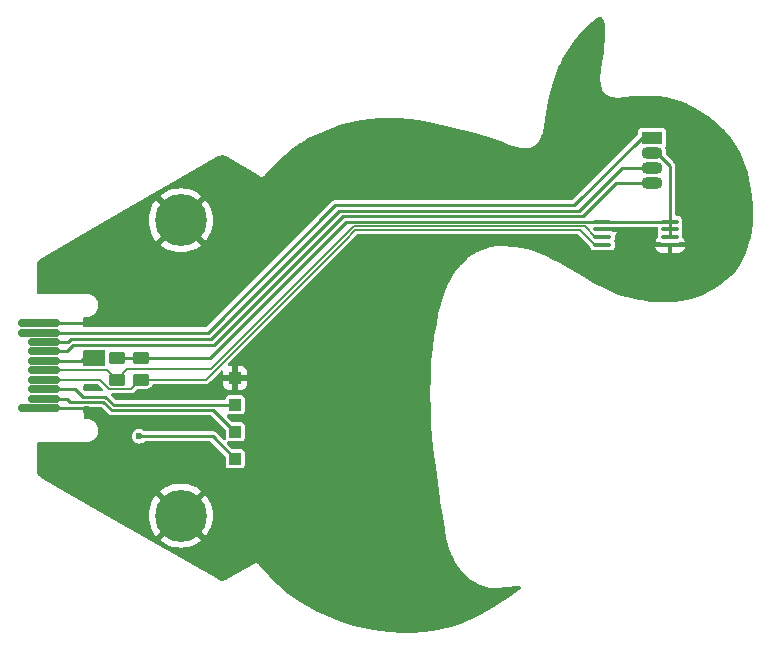
<source format=gbl>
G04 #@! TF.GenerationSoftware,KiCad,Pcbnew,8.0.1*
G04 #@! TF.CreationDate,2024-04-19T19:32:52+01:00*
G04 #@! TF.ProjectId,le-carnard-bleu,6c652d63-6172-46e6-9172-642d626c6575,rev?*
G04 #@! TF.SameCoordinates,Original*
G04 #@! TF.FileFunction,Copper,L2,Bot*
G04 #@! TF.FilePolarity,Positive*
%FSLAX46Y46*%
G04 Gerber Fmt 4.6, Leading zero omitted, Abs format (unit mm)*
G04 Created by KiCad (PCBNEW 8.0.1) date 2024-04-19 19:32:52*
%MOMM*%
%LPD*%
G01*
G04 APERTURE LIST*
G04 Aperture macros list*
%AMRoundRect*
0 Rectangle with rounded corners*
0 $1 Rounding radius*
0 $2 $3 $4 $5 $6 $7 $8 $9 X,Y pos of 4 corners*
0 Add a 4 corners polygon primitive as box body*
4,1,4,$2,$3,$4,$5,$6,$7,$8,$9,$2,$3,0*
0 Add four circle primitives for the rounded corners*
1,1,$1+$1,$2,$3*
1,1,$1+$1,$4,$5*
1,1,$1+$1,$6,$7*
1,1,$1+$1,$8,$9*
0 Add four rect primitives between the rounded corners*
20,1,$1+$1,$2,$3,$4,$5,0*
20,1,$1+$1,$4,$5,$6,$7,0*
20,1,$1+$1,$6,$7,$8,$9,0*
20,1,$1+$1,$8,$9,$2,$3,0*%
G04 Aperture macros list end*
G04 #@! TA.AperFunction,SMDPad,CuDef*
%ADD10RoundRect,0.150000X-1.600000X-0.150000X1.600000X-0.150000X1.600000X0.150000X-1.600000X0.150000X0*%
G04 #@! TD*
G04 #@! TA.AperFunction,SMDPad,CuDef*
%ADD11RoundRect,0.150000X-1.200000X-0.150000X1.200000X-0.150000X1.200000X0.150000X-1.200000X0.150000X0*%
G04 #@! TD*
G04 #@! TA.AperFunction,ComponentPad*
%ADD12C,0.700000*%
G04 #@! TD*
G04 #@! TA.AperFunction,ComponentPad*
%ADD13C,4.400000*%
G04 #@! TD*
G04 #@! TA.AperFunction,ComponentPad*
%ADD14R,1.800000X1.070000*%
G04 #@! TD*
G04 #@! TA.AperFunction,ComponentPad*
%ADD15O,1.800000X1.070000*%
G04 #@! TD*
G04 #@! TA.AperFunction,SMDPad,CuDef*
%ADD16R,1.000000X1.000000*%
G04 #@! TD*
G04 #@! TA.AperFunction,SMDPad,CuDef*
%ADD17RoundRect,0.100000X0.637500X0.100000X-0.637500X0.100000X-0.637500X-0.100000X0.637500X-0.100000X0*%
G04 #@! TD*
G04 #@! TA.AperFunction,SMDPad,CuDef*
%ADD18RoundRect,0.250000X-0.450000X0.262500X-0.450000X-0.262500X0.450000X-0.262500X0.450000X0.262500X0*%
G04 #@! TD*
G04 #@! TA.AperFunction,ViaPad*
%ADD19C,0.600000*%
G04 #@! TD*
G04 #@! TA.AperFunction,ViaPad*
%ADD20C,0.800000*%
G04 #@! TD*
G04 #@! TA.AperFunction,Conductor*
%ADD21C,0.254000*%
G04 #@! TD*
G04 #@! TA.AperFunction,Conductor*
%ADD22C,0.127000*%
G04 #@! TD*
G04 APERTURE END LIST*
D10*
X100500000Y-103400000D03*
D11*
X100900000Y-102600000D03*
X100900000Y-101800000D03*
X100900000Y-101000000D03*
X100900000Y-100200000D03*
X100900000Y-99400000D03*
X100900000Y-98600000D03*
X100900000Y-97800000D03*
D10*
X100500000Y-97000000D03*
X100500000Y-96200000D03*
D12*
X110850000Y-87500000D03*
X111333274Y-86333274D03*
X111333274Y-88666726D03*
X112500000Y-85850000D03*
D13*
X112500000Y-87500000D03*
D12*
X112500000Y-89150000D03*
X113666726Y-86333274D03*
X113666726Y-88666726D03*
X114150000Y-87500000D03*
D14*
X152400000Y-80518000D03*
D15*
X152400000Y-81788000D03*
X152400000Y-83058000D03*
X152400000Y-84328000D03*
D12*
X110850000Y-112500000D03*
X111333274Y-111333274D03*
X111333274Y-113666726D03*
X112500000Y-110850000D03*
D13*
X112500000Y-112500000D03*
D12*
X112500000Y-114150000D03*
X113666726Y-111333274D03*
X113666726Y-113666726D03*
X114150000Y-112500000D03*
D16*
X117094000Y-107696000D03*
D17*
X153924000Y-87600000D03*
X153924000Y-88250000D03*
X153924000Y-88900000D03*
X153924000Y-89550000D03*
X148199000Y-89550000D03*
X148199000Y-88900000D03*
X148199000Y-88250000D03*
X148199000Y-87600000D03*
D18*
X109093000Y-99163500D03*
X109093000Y-100988500D03*
D16*
X117094000Y-100838000D03*
X117094000Y-105410000D03*
D18*
X107061000Y-99163500D03*
X107061000Y-100988500D03*
D16*
X117094000Y-103124000D03*
D19*
X104521000Y-101727000D03*
X104521000Y-103505000D03*
X104521000Y-96266000D03*
D20*
X102108000Y-107950000D03*
X102108000Y-92202000D03*
D19*
X108077000Y-102362000D03*
X104521000Y-98933000D03*
X107823000Y-96012000D03*
X107061000Y-99163500D03*
X108966000Y-105791000D03*
D21*
X100500000Y-103400000D02*
X104416000Y-103400000D01*
X102108000Y-107950000D02*
X102362000Y-107950000D01*
X104455000Y-96200000D02*
X104521000Y-96266000D01*
X104416000Y-103400000D02*
X104521000Y-103505000D01*
X104054000Y-99400000D02*
X104521000Y-98933000D01*
X100900000Y-99400000D02*
X104054000Y-99400000D01*
X100500000Y-96200000D02*
X104455000Y-96200000D01*
X115189000Y-105791000D02*
X108966000Y-105791000D01*
X114954500Y-99163500D02*
X115060000Y-99058000D01*
X148199000Y-87600000D02*
X126522000Y-87600000D01*
X152824000Y-81788000D02*
X152400000Y-81788000D01*
X117094000Y-107696000D02*
X115189000Y-105791000D01*
X153924000Y-82888000D02*
X152824000Y-81788000D01*
X126522000Y-87600000D02*
X115062000Y-99060000D01*
X115062000Y-99060000D02*
X115060000Y-99058000D01*
X107061000Y-99163500D02*
X109093000Y-99163500D01*
X109093000Y-99163500D02*
X114954500Y-99163500D01*
X153924000Y-87600000D02*
X153924000Y-88900000D01*
X153924000Y-87600000D02*
X153924000Y-82888000D01*
X148199000Y-87600000D02*
X153924000Y-87600000D01*
X151516000Y-80518000D02*
X152400000Y-80518000D01*
X145796000Y-86238000D02*
X151516000Y-80518000D01*
X125542000Y-86238000D02*
X145796000Y-86238000D01*
X114780000Y-97000000D02*
X125542000Y-86238000D01*
X100500000Y-97000000D02*
X114780000Y-97000000D01*
X100900000Y-98600000D02*
X102822000Y-98600000D01*
X126214000Y-87146000D02*
X146558000Y-87146000D01*
X102822000Y-98600000D02*
X103378000Y-98044000D01*
X149376000Y-84328000D02*
X152400000Y-84328000D01*
X146558000Y-87146000D02*
X149376000Y-84328000D01*
X115316000Y-98044000D02*
X126214000Y-87146000D01*
X103378000Y-98044000D02*
X115316000Y-98044000D01*
X106814052Y-103124000D02*
X117094000Y-103124000D01*
X106106052Y-102416000D02*
X106814052Y-103124000D01*
X103578000Y-101800000D02*
X104194000Y-102416000D01*
X100900000Y-101800000D02*
X103578000Y-101800000D01*
X104194000Y-102416000D02*
X106106052Y-102416000D01*
D22*
X126373448Y-89227000D02*
X127282948Y-88317500D01*
X106391374Y-101764500D02*
X108317000Y-101764500D01*
X128651000Y-88317500D02*
X146304000Y-88317500D01*
X114611948Y-100988500D02*
X109093000Y-100988500D01*
X147536500Y-89550000D02*
X146304000Y-88317500D01*
X126373448Y-89227000D02*
X114611948Y-100988500D01*
X148199000Y-89550000D02*
X147536500Y-89550000D01*
X127282948Y-88317500D02*
X128651000Y-88317500D01*
X108317000Y-101764500D02*
X109093000Y-100988500D01*
X100900000Y-101000000D02*
X105626874Y-101000000D01*
X105626874Y-101000000D02*
X106391374Y-101764500D01*
X147594662Y-88900000D02*
X148199000Y-88900000D01*
X115062000Y-100076000D02*
X127147500Y-87990500D01*
X100900000Y-100200000D02*
X106272500Y-100200000D01*
X106272500Y-100200000D02*
X107061000Y-100988500D01*
X127147500Y-87990500D02*
X146685162Y-87990500D01*
X146685162Y-87990500D02*
X147594662Y-88900000D01*
X107061000Y-100988500D02*
X107973500Y-100076000D01*
X107973500Y-100076000D02*
X115062000Y-100076000D01*
D21*
X102979947Y-97800000D02*
X100900000Y-97800000D01*
X149860000Y-83058000D02*
X146226000Y-86692000D01*
X103243947Y-97536000D02*
X102979947Y-97800000D01*
X115062000Y-97536000D02*
X103243947Y-97536000D01*
X125906000Y-86692000D02*
X115062000Y-97536000D01*
X152400000Y-83058000D02*
X149860000Y-83058000D01*
X146226000Y-86692000D02*
X125906000Y-86692000D01*
X103124000Y-102870000D02*
X105918000Y-102870000D01*
X102854000Y-102600000D02*
X103124000Y-102870000D01*
X115262000Y-103578000D02*
X106625999Y-103578000D01*
X117094000Y-105410000D02*
X115262000Y-103578000D01*
X100900000Y-102600000D02*
X102854000Y-102600000D01*
X106625999Y-103578000D02*
X106553000Y-103505000D01*
X105918000Y-102870000D02*
X106553000Y-103505000D01*
G04 #@! TA.AperFunction,Conductor*
G36*
X148077441Y-70292001D02*
G01*
X148119059Y-70300726D01*
X148120532Y-70301314D01*
X148155429Y-70322433D01*
X148181627Y-70344928D01*
X148202016Y-70367305D01*
X148247714Y-70431784D01*
X148262295Y-70459009D01*
X148315999Y-70598777D01*
X148327600Y-70628967D01*
X148333952Y-70651827D01*
X148386188Y-70946891D01*
X148388038Y-70965022D01*
X148414911Y-71920938D01*
X148414567Y-71934291D01*
X148313652Y-73198418D01*
X148312575Y-73207587D01*
X148087504Y-74656204D01*
X148082179Y-74677651D01*
X148081665Y-74679136D01*
X148081663Y-74679149D01*
X148080113Y-74700976D01*
X148078956Y-74711223D01*
X148075597Y-74732842D01*
X148075597Y-74732844D01*
X148075767Y-74734412D01*
X148076172Y-74756494D01*
X148022192Y-75517021D01*
X148019912Y-75533459D01*
X148017657Y-75544312D01*
X148017657Y-75544314D01*
X148018363Y-75556692D01*
X148018253Y-75572521D01*
X148017376Y-75584884D01*
X148017376Y-75584897D01*
X148019478Y-75595770D01*
X148021530Y-75612239D01*
X148043331Y-75994564D01*
X148043531Y-76001179D01*
X148043631Y-76029404D01*
X148044714Y-76037416D01*
X148046229Y-76045380D01*
X148046229Y-76045382D01*
X148046230Y-76045384D01*
X148055082Y-76072207D01*
X148056980Y-76078523D01*
X148126993Y-76336164D01*
X148130711Y-76356279D01*
X148131153Y-76360680D01*
X148131155Y-76360688D01*
X148137895Y-76378490D01*
X148141587Y-76389874D01*
X148146582Y-76408255D01*
X148146585Y-76408261D01*
X148148812Y-76412088D01*
X148157601Y-76430539D01*
X148159168Y-76434678D01*
X148159169Y-76434680D01*
X148159170Y-76434681D01*
X148170299Y-76450147D01*
X148176807Y-76460180D01*
X148186389Y-76476642D01*
X148189518Y-76479749D01*
X148202800Y-76495316D01*
X148317282Y-76654416D01*
X148327871Y-76672054D01*
X148329734Y-76675838D01*
X148329736Y-76675840D01*
X148342415Y-76690312D01*
X148349778Y-76699577D01*
X148361025Y-76715207D01*
X148364299Y-76717883D01*
X148379088Y-76732176D01*
X148381869Y-76735351D01*
X148381875Y-76735356D01*
X148397858Y-76746047D01*
X148407392Y-76753107D01*
X148422287Y-76765282D01*
X148426136Y-76767016D01*
X148444126Y-76776996D01*
X148656650Y-76919159D01*
X148658026Y-76920094D01*
X148688052Y-76940823D01*
X148688055Y-76940824D01*
X148688245Y-76940955D01*
X148689273Y-76941463D01*
X148690918Y-76942290D01*
X148691815Y-76942749D01*
X148692017Y-76942817D01*
X148692019Y-76942819D01*
X148726578Y-76954569D01*
X148728231Y-76955144D01*
X148978157Y-77044233D01*
X149002669Y-77052971D01*
X149005462Y-77054004D01*
X149037612Y-77066358D01*
X149037615Y-77066358D01*
X149039221Y-77066745D01*
X149039850Y-77066932D01*
X149042577Y-77067552D01*
X149043239Y-77067658D01*
X149044827Y-77067999D01*
X149044828Y-77067999D01*
X149044831Y-77068000D01*
X149079145Y-77070771D01*
X149082013Y-77071038D01*
X149424483Y-77107145D01*
X149438939Y-77109542D01*
X149452991Y-77112735D01*
X149452993Y-77112734D01*
X149452994Y-77112735D01*
X149456825Y-77112587D01*
X149462047Y-77112387D01*
X149479815Y-77112979D01*
X149488828Y-77113930D01*
X149503057Y-77111680D01*
X149517653Y-77110251D01*
X149985788Y-77092271D01*
X149999537Y-77093108D01*
X149999538Y-77093105D01*
X150007664Y-77093339D01*
X150007664Y-77093338D01*
X150007671Y-77093340D01*
X150033611Y-77090684D01*
X150041450Y-77090134D01*
X150067499Y-77089134D01*
X150067504Y-77089132D01*
X150075513Y-77087764D01*
X150075513Y-77087768D01*
X150089012Y-77085015D01*
X150814156Y-77010804D01*
X150816321Y-77010602D01*
X151527302Y-76951143D01*
X151536103Y-76950724D01*
X152215482Y-76942567D01*
X152224852Y-76942809D01*
X152885020Y-76984987D01*
X152894733Y-76985996D01*
X153537911Y-77078524D01*
X153547749Y-77080348D01*
X154176476Y-77223467D01*
X154186150Y-77226086D01*
X154802833Y-77420253D01*
X154812139Y-77423597D01*
X154829952Y-77430813D01*
X155419127Y-77669487D01*
X155427832Y-77673410D01*
X155511693Y-77715159D01*
X156027767Y-77972079D01*
X156035458Y-77976253D01*
X156744838Y-78394460D01*
X156752461Y-78399338D01*
X157387644Y-78839403D01*
X157395763Y-78845537D01*
X157557671Y-78978653D01*
X157953008Y-79303687D01*
X157961568Y-79311419D01*
X158062228Y-79411231D01*
X158392333Y-79738557D01*
X158442846Y-79788644D01*
X158449315Y-79795569D01*
X158562768Y-79926728D01*
X158868870Y-80280604D01*
X158873451Y-80286224D01*
X158885648Y-80302114D01*
X159229566Y-80750169D01*
X159241273Y-80765420D01*
X159246168Y-80772268D01*
X159299539Y-80852554D01*
X159564460Y-81251080D01*
X159569275Y-81258942D01*
X159844432Y-81748202D01*
X159848748Y-81756612D01*
X160086949Y-82267797D01*
X160090479Y-82276157D01*
X160297346Y-82821011D01*
X160299994Y-82828746D01*
X160480473Y-83418625D01*
X160482319Y-83425323D01*
X160522918Y-83590595D01*
X160574940Y-83802367D01*
X160640899Y-84070871D01*
X160642120Y-84076381D01*
X160787776Y-84812455D01*
X160788933Y-84819300D01*
X160882987Y-85489794D01*
X160883843Y-85497766D01*
X160934225Y-86170966D01*
X160934551Y-86177968D01*
X160948061Y-86921833D01*
X160948021Y-86927938D01*
X160923960Y-87701989D01*
X160923389Y-87710626D01*
X160854453Y-88391533D01*
X160852956Y-88401916D01*
X160734166Y-89034848D01*
X160731769Y-89045168D01*
X160556464Y-89676153D01*
X160553592Y-89685146D01*
X160343184Y-90266717D01*
X160339213Y-90276397D01*
X160095797Y-90804992D01*
X160090376Y-90815429D01*
X159810087Y-91297750D01*
X159803240Y-91308269D01*
X159480922Y-91752495D01*
X159472975Y-91762348D01*
X159102504Y-92176472D01*
X159094030Y-92185063D01*
X158668700Y-92576266D01*
X158660353Y-92583291D01*
X158173486Y-92957743D01*
X158165806Y-92963199D01*
X157610999Y-93326395D01*
X157604507Y-93330366D01*
X157126626Y-93602869D01*
X157118165Y-93607271D01*
X156679981Y-93814258D01*
X156669639Y-93818583D01*
X156212657Y-93985845D01*
X156203695Y-93988744D01*
X155669343Y-94139448D01*
X155661712Y-94141342D01*
X154962968Y-94291352D01*
X154954060Y-94292926D01*
X154252934Y-94390663D01*
X154243851Y-94391590D01*
X153536918Y-94437508D01*
X153527848Y-94437765D01*
X152813320Y-94431813D01*
X152804446Y-94431421D01*
X152080562Y-94373400D01*
X152072047Y-94372420D01*
X151337165Y-94262017D01*
X151329138Y-94260539D01*
X150581751Y-94097366D01*
X150574301Y-94095496D01*
X149819295Y-93880917D01*
X149808885Y-93877454D01*
X149149672Y-93625248D01*
X149142114Y-93622066D01*
X148307761Y-93237847D01*
X148302742Y-93235398D01*
X147418348Y-92778791D01*
X147413190Y-92775971D01*
X146596038Y-92303743D01*
X146594789Y-92303011D01*
X144866941Y-91277411D01*
X144856212Y-91269470D01*
X144856136Y-91269581D01*
X144849465Y-91264940D01*
X144849463Y-91264939D01*
X144849462Y-91264938D01*
X144825364Y-91252485D01*
X144819041Y-91248979D01*
X144795724Y-91235139D01*
X144795721Y-91235138D01*
X144788257Y-91231940D01*
X144788310Y-91231815D01*
X144775892Y-91226920D01*
X143656808Y-90648635D01*
X143645506Y-90641268D01*
X143645458Y-90641347D01*
X143638517Y-90637114D01*
X143614051Y-90626286D01*
X143607314Y-90623059D01*
X143583537Y-90610773D01*
X143575898Y-90608019D01*
X143575929Y-90607932D01*
X143563105Y-90603739D01*
X142813303Y-90271897D01*
X142802365Y-90266395D01*
X142797847Y-90263835D01*
X142767489Y-90251550D01*
X142763823Y-90249998D01*
X142733886Y-90236749D01*
X142728894Y-90235282D01*
X142717346Y-90231259D01*
X142379665Y-90094612D01*
X142361059Y-90085191D01*
X142357883Y-90083231D01*
X142357878Y-90083228D01*
X142338983Y-90077566D01*
X142328073Y-90073734D01*
X142309774Y-90066330D01*
X142308199Y-90066135D01*
X142306065Y-90065872D01*
X142285658Y-90061587D01*
X141883984Y-89941220D01*
X141866337Y-89934427D01*
X141859925Y-89931378D01*
X141843822Y-89928415D01*
X141830678Y-89925246D01*
X141814993Y-89920546D01*
X141814985Y-89920544D01*
X141807884Y-89920336D01*
X141789088Y-89918342D01*
X140824189Y-89740774D01*
X140808392Y-89736778D01*
X140797358Y-89733201D01*
X140797355Y-89733200D01*
X140797353Y-89733199D01*
X140797350Y-89733199D01*
X140785500Y-89732586D01*
X140769475Y-89730705D01*
X140757794Y-89728556D01*
X140757791Y-89728555D01*
X140746223Y-89729481D01*
X140729930Y-89729710D01*
X139756782Y-89679348D01*
X139738374Y-89677005D01*
X139730823Y-89675462D01*
X139730813Y-89675462D01*
X139715070Y-89676411D01*
X139701211Y-89676471D01*
X139685458Y-89675657D01*
X139685452Y-89675657D01*
X139677916Y-89677264D01*
X139659537Y-89679763D01*
X139248341Y-89704582D01*
X139228044Y-89704142D01*
X139223392Y-89703658D01*
X139223390Y-89703658D01*
X139223388Y-89703658D01*
X139223387Y-89703658D01*
X139204841Y-89706614D01*
X139192800Y-89707934D01*
X139174045Y-89709066D01*
X139174032Y-89709069D01*
X139169591Y-89710551D01*
X139149875Y-89715377D01*
X138781494Y-89774106D01*
X138765684Y-89775596D01*
X138753378Y-89775964D01*
X138753368Y-89775966D01*
X138742681Y-89779175D01*
X138726555Y-89782864D01*
X138715533Y-89784621D01*
X138715528Y-89784623D01*
X138704270Y-89789649D01*
X138689391Y-89795178D01*
X138046598Y-89988213D01*
X138034061Y-89991277D01*
X138016931Y-89994528D01*
X138011485Y-89997155D01*
X137993315Y-90004214D01*
X137987517Y-90005955D01*
X137987515Y-90005956D01*
X137972672Y-90015129D01*
X137961355Y-90021332D01*
X137371521Y-90305795D01*
X137360569Y-90310444D01*
X137342588Y-90317076D01*
X137342580Y-90317080D01*
X137339071Y-90319560D01*
X137321392Y-90329972D01*
X137317522Y-90331838D01*
X137317511Y-90331846D01*
X137302998Y-90344349D01*
X137293621Y-90351674D01*
X136758117Y-90730057D01*
X136747664Y-90736686D01*
X136731699Y-90745726D01*
X136731694Y-90745730D01*
X136728037Y-90749327D01*
X136712663Y-90762174D01*
X136708476Y-90765132D01*
X136696746Y-90779233D01*
X136688368Y-90788339D01*
X136206686Y-91262049D01*
X136196048Y-91271378D01*
X136184005Y-91280780D01*
X136184000Y-91280785D01*
X136179064Y-91287329D01*
X136167023Y-91301058D01*
X136161180Y-91306804D01*
X136153425Y-91319982D01*
X136145561Y-91331749D01*
X135715418Y-91902072D01*
X135704515Y-91914668D01*
X135696800Y-91922454D01*
X135690577Y-91933347D01*
X135681920Y-91946485D01*
X135674371Y-91956496D01*
X135674370Y-91956497D01*
X135670263Y-91966649D01*
X135662987Y-91981645D01*
X135280522Y-92651183D01*
X135269639Y-92667189D01*
X135265687Y-92672122D01*
X135265684Y-92672127D01*
X135258795Y-92687827D01*
X135252924Y-92699493D01*
X135244413Y-92714393D01*
X135242804Y-92720513D01*
X135236434Y-92738789D01*
X134897301Y-93511671D01*
X134886807Y-93530807D01*
X134885665Y-93532512D01*
X134885664Y-93532515D01*
X134878768Y-93552778D01*
X134874935Y-93562640D01*
X134866332Y-93582249D01*
X134866329Y-93582259D01*
X134866020Y-93584285D01*
X134860836Y-93605479D01*
X134559695Y-94490465D01*
X134550923Y-94510338D01*
X134549857Y-94512273D01*
X134549851Y-94512287D01*
X134544768Y-94532903D01*
X134541766Y-94543155D01*
X134534921Y-94563273D01*
X134534918Y-94563283D01*
X134534773Y-94565484D01*
X134531440Y-94586960D01*
X134317050Y-95456503D01*
X134312612Y-95468875D01*
X134312800Y-95468937D01*
X134310274Y-95476656D01*
X134305192Y-95503771D01*
X134303711Y-95510603D01*
X134297113Y-95537367D01*
X134296214Y-95545446D01*
X134296016Y-95545424D01*
X134294932Y-95558522D01*
X134079361Y-96708819D01*
X134076697Y-96720097D01*
X134074563Y-96727551D01*
X134069893Y-96758873D01*
X134069128Y-96763420D01*
X134063302Y-96794512D01*
X134062883Y-96802224D01*
X134061711Y-96813768D01*
X133869099Y-98105866D01*
X133866805Y-98117445D01*
X133865149Y-98124117D01*
X133861563Y-98155889D01*
X133860991Y-98160262D01*
X133856266Y-98191954D01*
X133856149Y-98198831D01*
X133855385Y-98210615D01*
X133709003Y-99507453D01*
X133706137Y-99520729D01*
X133706198Y-99520741D01*
X133704728Y-99528732D01*
X133703374Y-99555236D01*
X133702754Y-99562809D01*
X133699780Y-99589161D01*
X133699931Y-99597290D01*
X133699869Y-99597291D01*
X133700536Y-99610855D01*
X133648997Y-100620744D01*
X133647262Y-100632118D01*
X133647872Y-100632207D01*
X133646710Y-100640241D01*
X133646308Y-100671675D01*
X133646157Y-100676406D01*
X133644554Y-100707829D01*
X133645203Y-100715935D01*
X133644476Y-100715993D01*
X133645596Y-100727451D01*
X133628155Y-102093450D01*
X133627301Y-102106481D01*
X133627058Y-102108522D01*
X133627487Y-102142686D01*
X133627487Y-102145819D01*
X133627051Y-102180036D01*
X133627292Y-102182066D01*
X133628145Y-102195114D01*
X133645790Y-103600761D01*
X133645356Y-103612803D01*
X133644855Y-103618696D01*
X133646352Y-103651092D01*
X133646474Y-103655253D01*
X133646881Y-103687676D01*
X133647727Y-103693531D01*
X133648867Y-103705524D01*
X133700896Y-104831417D01*
X133700147Y-104844018D01*
X133700513Y-104844031D01*
X133700235Y-104852155D01*
X133703021Y-104880854D01*
X133703469Y-104887105D01*
X133704799Y-104915888D01*
X133706230Y-104923881D01*
X133705868Y-104923945D01*
X133708404Y-104936305D01*
X133880430Y-106708360D01*
X133880993Y-106721882D01*
X133885122Y-106756963D01*
X133885391Y-106759472D01*
X133888801Y-106794592D01*
X133891117Y-106807889D01*
X134148717Y-108996107D01*
X134149350Y-109006691D01*
X134154358Y-109044151D01*
X134154600Y-109046080D01*
X134159027Y-109083678D01*
X134161039Y-109094116D01*
X134433213Y-111129460D01*
X134434248Y-111142072D01*
X134434358Y-111145660D01*
X134439747Y-111178708D01*
X134440269Y-111182225D01*
X134444703Y-111215386D01*
X134445636Y-111218837D01*
X134448310Y-111231217D01*
X134662204Y-112542838D01*
X134662511Y-112545936D01*
X134669901Y-112590042D01*
X134669989Y-112590576D01*
X134677176Y-112634650D01*
X134677885Y-112637692D01*
X134851604Y-113674416D01*
X134853036Y-113686678D01*
X134853349Y-113691390D01*
X134859800Y-113723689D01*
X134860495Y-113727477D01*
X134865947Y-113760008D01*
X134867327Y-113764519D01*
X134870349Y-113776504D01*
X135075813Y-114805149D01*
X135078169Y-114826052D01*
X135078262Y-114829468D01*
X135083974Y-114848679D01*
X135086713Y-114859723D01*
X135090642Y-114879391D01*
X135090643Y-114879393D01*
X135092155Y-114882453D01*
X135099841Y-114902039D01*
X135219555Y-115304625D01*
X135224012Y-115326929D01*
X135224059Y-115327375D01*
X135224060Y-115327380D01*
X135232307Y-115348831D01*
X135235421Y-115357980D01*
X135241982Y-115380041D01*
X135242214Y-115380419D01*
X135252295Y-115400822D01*
X135390990Y-115761582D01*
X135396932Y-115782221D01*
X135397441Y-115784820D01*
X135397445Y-115784832D01*
X135406589Y-115803506D01*
X135410962Y-115813535D01*
X135418431Y-115832962D01*
X135418434Y-115832966D01*
X135419990Y-115835106D01*
X135431075Y-115853510D01*
X135593348Y-116184900D01*
X135600910Y-116204328D01*
X135601968Y-116207912D01*
X135601971Y-116207919D01*
X135612260Y-116224749D01*
X135617829Y-116234892D01*
X135626507Y-116252614D01*
X135628956Y-116255422D01*
X135641292Y-116272237D01*
X135822637Y-116568859D01*
X135829738Y-116580473D01*
X135839167Y-116599334D01*
X135840401Y-116602438D01*
X135852424Y-116618577D01*
X135858779Y-116627976D01*
X135869266Y-116645130D01*
X135871690Y-116647435D01*
X135885674Y-116663206D01*
X136102579Y-116954342D01*
X136114161Y-116973191D01*
X136114850Y-116974576D01*
X136114851Y-116974577D01*
X136129348Y-116990990D01*
X136135849Y-116998999D01*
X136148928Y-117016555D01*
X136148931Y-117016558D01*
X136150142Y-117017515D01*
X136166206Y-117032722D01*
X136334097Y-117222811D01*
X136416646Y-117316273D01*
X136429380Y-117333485D01*
X136430829Y-117335845D01*
X136430830Y-117335846D01*
X136430831Y-117335847D01*
X136445847Y-117350075D01*
X136453498Y-117357999D01*
X136467192Y-117373503D01*
X136469500Y-117375033D01*
X136486254Y-117388362D01*
X136987870Y-117863652D01*
X136991789Y-117867534D01*
X137012710Y-117889202D01*
X137012713Y-117889205D01*
X137012716Y-117889206D01*
X137017989Y-117893403D01*
X137023453Y-117897366D01*
X137023458Y-117897370D01*
X137023462Y-117897372D01*
X137049914Y-117911708D01*
X137054709Y-117914446D01*
X137223949Y-118016165D01*
X137545770Y-118209590D01*
X137558020Y-118217991D01*
X137569146Y-118226644D01*
X137569150Y-118226647D01*
X137577787Y-118230290D01*
X137593475Y-118238262D01*
X137601505Y-118243089D01*
X137615053Y-118246975D01*
X137629048Y-118251914D01*
X138060231Y-118433804D01*
X138119268Y-118458708D01*
X138129370Y-118463518D01*
X138135051Y-118466544D01*
X138147366Y-118473104D01*
X138150342Y-118473793D01*
X138170553Y-118480342D01*
X138173380Y-118481535D01*
X138173383Y-118481535D01*
X138173384Y-118481536D01*
X138193576Y-118484327D01*
X138204573Y-118486356D01*
X138675109Y-118595359D01*
X138683549Y-118597632D01*
X138704028Y-118603930D01*
X138707023Y-118604852D01*
X138710015Y-118605357D01*
X138725214Y-118607377D01*
X138728259Y-118607672D01*
X138728265Y-118607674D01*
X138752819Y-118606834D01*
X138761549Y-118606844D01*
X139282450Y-118625899D01*
X139299182Y-118627654D01*
X139309715Y-118629489D01*
X139322449Y-118628346D01*
X139338056Y-118627934D01*
X139350837Y-118628402D01*
X139361248Y-118626016D01*
X139377865Y-118623378D01*
X140016357Y-118566135D01*
X140026108Y-118565832D01*
X140028183Y-118565615D01*
X140028185Y-118565616D01*
X140064467Y-118561835D01*
X140066192Y-118561667D01*
X140102635Y-118558401D01*
X140102641Y-118558398D01*
X140104733Y-118558211D01*
X140114340Y-118556640D01*
X140883520Y-118476510D01*
X140893376Y-118475881D01*
X141153711Y-118469698D01*
X141221199Y-118487785D01*
X141268195Y-118539488D01*
X141279777Y-118608391D01*
X141252269Y-118672618D01*
X141239942Y-118685528D01*
X141111038Y-118802396D01*
X141101920Y-118809904D01*
X140450902Y-119295802D01*
X140446730Y-119298783D01*
X139532416Y-119924052D01*
X139526281Y-119927989D01*
X138606303Y-120480731D01*
X138599204Y-120484685D01*
X137507673Y-121046695D01*
X137501634Y-121049601D01*
X136379245Y-121552758D01*
X136371783Y-121555815D01*
X135365332Y-121930499D01*
X135355157Y-121933795D01*
X134616360Y-122138343D01*
X134607122Y-122140524D01*
X133829518Y-122292925D01*
X133820703Y-122294325D01*
X133005596Y-122393884D01*
X132997290Y-122394616D01*
X132144981Y-122440930D01*
X132137231Y-122441109D01*
X131248105Y-122433782D01*
X131240927Y-122433515D01*
X130315514Y-122372186D01*
X130308900Y-122371569D01*
X129347789Y-122255919D01*
X129341716Y-122255035D01*
X128347316Y-122085104D01*
X128340709Y-122083790D01*
X127143171Y-121811487D01*
X127132476Y-121808546D01*
X125906877Y-121411809D01*
X125901383Y-121409887D01*
X124910778Y-121037006D01*
X124904394Y-121034398D01*
X124079479Y-120670327D01*
X124071384Y-120666397D01*
X123328108Y-120271644D01*
X123320554Y-120267285D01*
X122572151Y-119799569D01*
X122565999Y-119795464D01*
X121606183Y-119112828D01*
X121599019Y-119107330D01*
X121318013Y-118874904D01*
X120752354Y-118407034D01*
X120744913Y-118400356D01*
X120737530Y-118393172D01*
X120195319Y-117865554D01*
X119971676Y-117647930D01*
X119964505Y-117640338D01*
X119126650Y-116674954D01*
X119118705Y-116663720D01*
X119118696Y-116663727D01*
X119113793Y-116657240D01*
X119095470Y-116638649D01*
X119090149Y-116632897D01*
X119073015Y-116613155D01*
X119066935Y-116607768D01*
X119066942Y-116607759D01*
X119064680Y-116605879D01*
X119064674Y-116605888D01*
X119058259Y-116600891D01*
X119035724Y-116587660D01*
X119029093Y-116583479D01*
X119007454Y-116568859D01*
X119007450Y-116568856D01*
X119000182Y-116565225D01*
X119000185Y-116565217D01*
X118997510Y-116563985D01*
X118997507Y-116563994D01*
X118990029Y-116560832D01*
X118964847Y-116553887D01*
X118957356Y-116551563D01*
X118932669Y-116543041D01*
X118924707Y-116541415D01*
X118924708Y-116541406D01*
X118921803Y-116540907D01*
X118921803Y-116540915D01*
X118913755Y-116539796D01*
X118887615Y-116539605D01*
X118879780Y-116539299D01*
X118853740Y-116537458D01*
X118853737Y-116537458D01*
X118853736Y-116537458D01*
X118853734Y-116537458D01*
X118845622Y-116537948D01*
X118845621Y-116537937D01*
X118842692Y-116538207D01*
X118842694Y-116538218D01*
X118834628Y-116539220D01*
X118809340Y-116545798D01*
X118801693Y-116547531D01*
X118776050Y-116552495D01*
X118768342Y-116555067D01*
X118768339Y-116555058D01*
X118765586Y-116556074D01*
X118765590Y-116556083D01*
X118758052Y-116559141D01*
X118735333Y-116572037D01*
X118728395Y-116575690D01*
X118704916Y-116587118D01*
X118698136Y-116591599D01*
X118698130Y-116591590D01*
X118686896Y-116599534D01*
X116401160Y-117897084D01*
X116396497Y-117899288D01*
X116355369Y-117923033D01*
X116343807Y-117928925D01*
X116228056Y-117980461D01*
X116203401Y-117988471D01*
X116085862Y-118013455D01*
X116060081Y-118016165D01*
X115939909Y-118016165D01*
X115914128Y-118013455D01*
X115796588Y-117988471D01*
X115771934Y-117980461D01*
X115656187Y-117928927D01*
X115644622Y-117923034D01*
X115609028Y-117902484D01*
X106251653Y-112500000D01*
X109787050Y-112500000D01*
X109806829Y-112827004D01*
X109865885Y-113149259D01*
X109963341Y-113462006D01*
X109963345Y-113462017D01*
X110097800Y-113760766D01*
X110097801Y-113760768D01*
X110267291Y-114041139D01*
X110413293Y-114227495D01*
X110934280Y-113706508D01*
X111133274Y-113706508D01*
X111163722Y-113780017D01*
X111219983Y-113836278D01*
X111293492Y-113866726D01*
X111373056Y-113866726D01*
X111446565Y-113836278D01*
X111502826Y-113780017D01*
X111533274Y-113706508D01*
X111533274Y-113626944D01*
X111502826Y-113553435D01*
X111446565Y-113497174D01*
X111373056Y-113466726D01*
X111293492Y-113466726D01*
X111219983Y-113497174D01*
X111163722Y-113553435D01*
X111133274Y-113626944D01*
X111133274Y-113706508D01*
X110934280Y-113706508D01*
X111561328Y-113079460D01*
X111660967Y-113216602D01*
X111783398Y-113339033D01*
X111920538Y-113438670D01*
X110772503Y-114586705D01*
X110772503Y-114586706D01*
X110958860Y-114732708D01*
X111239231Y-114902198D01*
X111239233Y-114902199D01*
X111537982Y-115036654D01*
X111537993Y-115036658D01*
X111850740Y-115134114D01*
X112172995Y-115193170D01*
X112500000Y-115212949D01*
X112827004Y-115193170D01*
X113149259Y-115134114D01*
X113462006Y-115036658D01*
X113462017Y-115036654D01*
X113760766Y-114902199D01*
X113760768Y-114902198D01*
X114041130Y-114732714D01*
X114227495Y-114586706D01*
X114227495Y-114586705D01*
X113347298Y-113706508D01*
X113466726Y-113706508D01*
X113497174Y-113780017D01*
X113553435Y-113836278D01*
X113626944Y-113866726D01*
X113706508Y-113866726D01*
X113780017Y-113836278D01*
X113836278Y-113780017D01*
X113866726Y-113706508D01*
X113866726Y-113626944D01*
X113836278Y-113553435D01*
X113780017Y-113497174D01*
X113706508Y-113466726D01*
X113626944Y-113466726D01*
X113553435Y-113497174D01*
X113497174Y-113553435D01*
X113466726Y-113626944D01*
X113466726Y-113706508D01*
X113347298Y-113706508D01*
X113079460Y-113438670D01*
X113216602Y-113339033D01*
X113339033Y-113216602D01*
X113438670Y-113079460D01*
X114586705Y-114227495D01*
X114586706Y-114227495D01*
X114732714Y-114041130D01*
X114902198Y-113760768D01*
X114902199Y-113760766D01*
X115036654Y-113462017D01*
X115036658Y-113462006D01*
X115134114Y-113149259D01*
X115193170Y-112827004D01*
X115212949Y-112500000D01*
X115193170Y-112172995D01*
X115134114Y-111850740D01*
X115036658Y-111537993D01*
X115036654Y-111537982D01*
X114902199Y-111239233D01*
X114902198Y-111239231D01*
X114732708Y-110958860D01*
X114586705Y-110772503D01*
X113438670Y-111920538D01*
X113339033Y-111783398D01*
X113216602Y-111660967D01*
X113079460Y-111561329D01*
X113267733Y-111373056D01*
X113466726Y-111373056D01*
X113497174Y-111446565D01*
X113553435Y-111502826D01*
X113626944Y-111533274D01*
X113706508Y-111533274D01*
X113780017Y-111502826D01*
X113836278Y-111446565D01*
X113866726Y-111373056D01*
X113866726Y-111293492D01*
X113836278Y-111219983D01*
X113780017Y-111163722D01*
X113706508Y-111133274D01*
X113626944Y-111133274D01*
X113553435Y-111163722D01*
X113497174Y-111219983D01*
X113466726Y-111293492D01*
X113466726Y-111373056D01*
X113267733Y-111373056D01*
X114227495Y-110413293D01*
X114227495Y-110413292D01*
X114041139Y-110267291D01*
X113760768Y-110097801D01*
X113760766Y-110097800D01*
X113462017Y-109963345D01*
X113462006Y-109963341D01*
X113149259Y-109865885D01*
X112827004Y-109806829D01*
X112500000Y-109787050D01*
X112172995Y-109806829D01*
X111850740Y-109865885D01*
X111537993Y-109963341D01*
X111537982Y-109963345D01*
X111239233Y-110097800D01*
X111239231Y-110097801D01*
X110958864Y-110267289D01*
X110772503Y-110413293D01*
X111920539Y-111561329D01*
X111783398Y-111660967D01*
X111660967Y-111783398D01*
X111561329Y-111920539D01*
X111013846Y-111373056D01*
X111133274Y-111373056D01*
X111163722Y-111446565D01*
X111219983Y-111502826D01*
X111293492Y-111533274D01*
X111373056Y-111533274D01*
X111446565Y-111502826D01*
X111502826Y-111446565D01*
X111533274Y-111373056D01*
X111533274Y-111293492D01*
X111502826Y-111219983D01*
X111446565Y-111163722D01*
X111373056Y-111133274D01*
X111293492Y-111133274D01*
X111219983Y-111163722D01*
X111163722Y-111219983D01*
X111133274Y-111293492D01*
X111133274Y-111373056D01*
X111013846Y-111373056D01*
X110413293Y-110772503D01*
X110267289Y-110958864D01*
X110097801Y-111239231D01*
X110097800Y-111239233D01*
X109963345Y-111537982D01*
X109963341Y-111537993D01*
X109865885Y-111850740D01*
X109806829Y-112172995D01*
X109787050Y-112500000D01*
X106251653Y-112500000D01*
X100703848Y-109296973D01*
X100703837Y-109296964D01*
X100655888Y-109269283D01*
X100645003Y-109262214D01*
X100542474Y-109187727D01*
X100523209Y-109170382D01*
X100442796Y-109081080D01*
X100427560Y-109060112D01*
X100367464Y-108956030D01*
X100356924Y-108932358D01*
X100319781Y-108818058D01*
X100314392Y-108792708D01*
X100301180Y-108667048D01*
X100300500Y-108654082D01*
X100300500Y-106424500D01*
X100320185Y-106357461D01*
X100372989Y-106311706D01*
X100424500Y-106300500D01*
X104587528Y-106300500D01*
X104587532Y-106300500D01*
X104759938Y-106270101D01*
X104924445Y-106210225D01*
X105076055Y-106122692D01*
X105210163Y-106010163D01*
X105322692Y-105876055D01*
X105410225Y-105724445D01*
X105470101Y-105559938D01*
X105500500Y-105387532D01*
X105500500Y-105300000D01*
X105500500Y-105252405D01*
X105500500Y-105212468D01*
X105470101Y-105040062D01*
X105410225Y-104875555D01*
X105322692Y-104723945D01*
X105322691Y-104723943D01*
X105322690Y-104723942D01*
X105210163Y-104589836D01*
X105076057Y-104477309D01*
X104924446Y-104389775D01*
X104759937Y-104329898D01*
X104587534Y-104299500D01*
X104587532Y-104299500D01*
X104539562Y-104299500D01*
X104387715Y-104299500D01*
X104320676Y-104279815D01*
X104274921Y-104227011D01*
X104263718Y-104176362D01*
X104258477Y-103422362D01*
X104277695Y-103355187D01*
X104330180Y-103309066D01*
X104382474Y-103297500D01*
X105689562Y-103297500D01*
X105756601Y-103317185D01*
X105777243Y-103333819D01*
X106210913Y-103767489D01*
X106363505Y-103920083D01*
X106363507Y-103920084D01*
X106363638Y-103920215D01*
X106363956Y-103920452D01*
X106366722Y-103921941D01*
X106385007Y-103932498D01*
X106385011Y-103932500D01*
X106460987Y-103976366D01*
X106460989Y-103976366D01*
X106460992Y-103976368D01*
X106515354Y-103990933D01*
X106569718Y-104005500D01*
X106682278Y-104005500D01*
X115033562Y-104005500D01*
X115100601Y-104025185D01*
X115121243Y-104041819D01*
X116257181Y-105177758D01*
X116290666Y-105239081D01*
X116293500Y-105265439D01*
X116293500Y-105954856D01*
X116293501Y-105954865D01*
X116296550Y-105981153D01*
X116284719Y-106050014D01*
X116237537Y-106101547D01*
X116169984Y-106119391D01*
X116103508Y-106097880D01*
X116085694Y-106083118D01*
X115451493Y-105448917D01*
X115451491Y-105448915D01*
X115402750Y-105420774D01*
X115354010Y-105392633D01*
X115299645Y-105378066D01*
X115245281Y-105363500D01*
X115245280Y-105363500D01*
X109437393Y-105363500D01*
X109370354Y-105343815D01*
X109361920Y-105337885D01*
X109268841Y-105266464D01*
X109266366Y-105265439D01*
X109122762Y-105205956D01*
X109122760Y-105205955D01*
X108966001Y-105185318D01*
X108965999Y-105185318D01*
X108809239Y-105205955D01*
X108809237Y-105205956D01*
X108663160Y-105266463D01*
X108537718Y-105362718D01*
X108441463Y-105488160D01*
X108380956Y-105634237D01*
X108380955Y-105634239D01*
X108360318Y-105790998D01*
X108360318Y-105791001D01*
X108380955Y-105947760D01*
X108380956Y-105947762D01*
X108441464Y-106093841D01*
X108537718Y-106219282D01*
X108663159Y-106315536D01*
X108809238Y-106376044D01*
X108887619Y-106386363D01*
X108965999Y-106396682D01*
X108966000Y-106396682D01*
X108966001Y-106396682D01*
X109018254Y-106389802D01*
X109122762Y-106376044D01*
X109268841Y-106315536D01*
X109361908Y-106244123D01*
X109427076Y-106218930D01*
X109437393Y-106218500D01*
X114960562Y-106218500D01*
X115027601Y-106238185D01*
X115048243Y-106254819D01*
X116257181Y-107463757D01*
X116290666Y-107525080D01*
X116293500Y-107551438D01*
X116293500Y-108240856D01*
X116293502Y-108240882D01*
X116296413Y-108265987D01*
X116296415Y-108265991D01*
X116341793Y-108368764D01*
X116341794Y-108368765D01*
X116421235Y-108448206D01*
X116524009Y-108493585D01*
X116549135Y-108496500D01*
X117638864Y-108496499D01*
X117638879Y-108496497D01*
X117638882Y-108496497D01*
X117663987Y-108493586D01*
X117663988Y-108493585D01*
X117663991Y-108493585D01*
X117766765Y-108448206D01*
X117846206Y-108368765D01*
X117891585Y-108265991D01*
X117894500Y-108240865D01*
X117894499Y-107151136D01*
X117894497Y-107151117D01*
X117891586Y-107126012D01*
X117891585Y-107126010D01*
X117891585Y-107126009D01*
X117846206Y-107023235D01*
X117766765Y-106943794D01*
X117663992Y-106898415D01*
X117638868Y-106895500D01*
X117638865Y-106895500D01*
X116949438Y-106895500D01*
X116882399Y-106875815D01*
X116861757Y-106859181D01*
X116420881Y-106418305D01*
X116387396Y-106356982D01*
X116392380Y-106287290D01*
X116434252Y-106231357D01*
X116499716Y-106206940D01*
X116522856Y-106207451D01*
X116524008Y-106207584D01*
X116524009Y-106207585D01*
X116549135Y-106210500D01*
X117638864Y-106210499D01*
X117638879Y-106210497D01*
X117638882Y-106210497D01*
X117663987Y-106207586D01*
X117663988Y-106207585D01*
X117663991Y-106207585D01*
X117766765Y-106162206D01*
X117846206Y-106082765D01*
X117891585Y-105979991D01*
X117894500Y-105954865D01*
X117894499Y-104865136D01*
X117894497Y-104865117D01*
X117891586Y-104840012D01*
X117891585Y-104840010D01*
X117891585Y-104840009D01*
X117846206Y-104737235D01*
X117766765Y-104657794D01*
X117663992Y-104612415D01*
X117638868Y-104609500D01*
X117638865Y-104609500D01*
X116949439Y-104609500D01*
X116882400Y-104589815D01*
X116861758Y-104573181D01*
X116420882Y-104132305D01*
X116387397Y-104070982D01*
X116392381Y-104001290D01*
X116434253Y-103945357D01*
X116499717Y-103920940D01*
X116522858Y-103921451D01*
X116524007Y-103921584D01*
X116524009Y-103921585D01*
X116549135Y-103924500D01*
X117638864Y-103924499D01*
X117638879Y-103924497D01*
X117638882Y-103924497D01*
X117663987Y-103921586D01*
X117663988Y-103921585D01*
X117663991Y-103921585D01*
X117766765Y-103876206D01*
X117846206Y-103796765D01*
X117891585Y-103693991D01*
X117894500Y-103668865D01*
X117894499Y-102579136D01*
X117894497Y-102579117D01*
X117891586Y-102554012D01*
X117891585Y-102554010D01*
X117891585Y-102554009D01*
X117846206Y-102451235D01*
X117766765Y-102371794D01*
X117766763Y-102371793D01*
X117663992Y-102326415D01*
X117638865Y-102323500D01*
X116549143Y-102323500D01*
X116549117Y-102323502D01*
X116524012Y-102326413D01*
X116524008Y-102326415D01*
X116421235Y-102371793D01*
X116341794Y-102451234D01*
X116296415Y-102554006D01*
X116296415Y-102554008D01*
X116293498Y-102579143D01*
X116293469Y-102579661D01*
X116293424Y-102579785D01*
X116293087Y-102582694D01*
X116292412Y-102582615D01*
X116269946Y-102645452D01*
X116214588Y-102688081D01*
X116169676Y-102696500D01*
X107042491Y-102696500D01*
X106975452Y-102676815D01*
X106954810Y-102660181D01*
X106848635Y-102554006D01*
X106634808Y-102340180D01*
X106601324Y-102278858D01*
X106606308Y-102209167D01*
X106648179Y-102153233D01*
X106713644Y-102128816D01*
X106722490Y-102128500D01*
X108364919Y-102128500D01*
X108364922Y-102128500D01*
X108457499Y-102103694D01*
X108540501Y-102055773D01*
X108758455Y-101837819D01*
X108819778Y-101804334D01*
X108846136Y-101801500D01*
X109586097Y-101801500D01*
X109586102Y-101801500D01*
X109674564Y-101790877D01*
X109815342Y-101735361D01*
X109935922Y-101643922D01*
X110027361Y-101523342D01*
X110040959Y-101488861D01*
X110063773Y-101431010D01*
X110106678Y-101375866D01*
X110172586Y-101352673D01*
X110179127Y-101352500D01*
X114659867Y-101352500D01*
X114659870Y-101352500D01*
X114752447Y-101327694D01*
X114835449Y-101279773D01*
X115023222Y-101092000D01*
X116086000Y-101092000D01*
X116086000Y-101386581D01*
X116092506Y-101447097D01*
X116143553Y-101583961D01*
X116231096Y-101700903D01*
X116348038Y-101788445D01*
X116348038Y-101788446D01*
X116484902Y-101839493D01*
X116545418Y-101845999D01*
X116545420Y-101846000D01*
X116840000Y-101846000D01*
X116840000Y-101092000D01*
X117348000Y-101092000D01*
X117348000Y-101846000D01*
X117642580Y-101846000D01*
X117642581Y-101845999D01*
X117703097Y-101839493D01*
X117839961Y-101788446D01*
X117839961Y-101788445D01*
X117956903Y-101700903D01*
X118044445Y-101583961D01*
X118044446Y-101583961D01*
X118095493Y-101447097D01*
X118101999Y-101386581D01*
X118102000Y-101386580D01*
X118102000Y-101092000D01*
X117348000Y-101092000D01*
X116840000Y-101092000D01*
X116086000Y-101092000D01*
X115023222Y-101092000D01*
X115874319Y-100240903D01*
X115935642Y-100207418D01*
X116005334Y-100212402D01*
X116061267Y-100254274D01*
X116085684Y-100319738D01*
X116086000Y-100328584D01*
X116086000Y-100584000D01*
X116840000Y-100584000D01*
X116840000Y-99830000D01*
X117348000Y-99830000D01*
X117348000Y-100584000D01*
X118102000Y-100584000D01*
X118102000Y-100289420D01*
X118101999Y-100289418D01*
X118095493Y-100228902D01*
X118044446Y-100092038D01*
X117956903Y-99975096D01*
X117839961Y-99887554D01*
X117839961Y-99887553D01*
X117703097Y-99836506D01*
X117642581Y-99830000D01*
X117348000Y-99830000D01*
X116840000Y-99830000D01*
X116584584Y-99830000D01*
X116517545Y-99810315D01*
X116471790Y-99757511D01*
X116461846Y-99688353D01*
X116490871Y-99624797D01*
X116496903Y-99618319D01*
X127397403Y-88717819D01*
X127458726Y-88684334D01*
X127485084Y-88681500D01*
X128603078Y-88681500D01*
X146101864Y-88681500D01*
X146168903Y-88701185D01*
X146189545Y-88717819D01*
X147133970Y-89662244D01*
X147167455Y-89723567D01*
X147168759Y-89730510D01*
X147175854Y-89775304D01*
X147233450Y-89888342D01*
X147233452Y-89888344D01*
X147233454Y-89888347D01*
X147323152Y-89978045D01*
X147323154Y-89978046D01*
X147323158Y-89978050D01*
X147436194Y-90035645D01*
X147436198Y-90035647D01*
X147529975Y-90050499D01*
X147529981Y-90050500D01*
X148868018Y-90050499D01*
X148961804Y-90035646D01*
X149074842Y-89978050D01*
X149164550Y-89888342D01*
X149222146Y-89775304D01*
X149222146Y-89775302D01*
X149222147Y-89775301D01*
X149226154Y-89750001D01*
X152686419Y-89750001D01*
X152694148Y-89808713D01*
X152694149Y-89808718D01*
X152755411Y-89956620D01*
X152852870Y-90083629D01*
X152979879Y-90181088D01*
X153127776Y-90242348D01*
X153127780Y-90242349D01*
X153246652Y-90257999D01*
X153723999Y-90257999D01*
X153724000Y-90257998D01*
X153724000Y-89750000D01*
X154124000Y-89750000D01*
X154124000Y-90257999D01*
X154601348Y-90257999D01*
X154720211Y-90242351D01*
X154720223Y-90242348D01*
X154868120Y-90181088D01*
X154995129Y-90083629D01*
X155092588Y-89956620D01*
X155153849Y-89808720D01*
X155161581Y-89750000D01*
X154124000Y-89750000D01*
X153724000Y-89750000D01*
X152686421Y-89750000D01*
X152686419Y-89750001D01*
X149226154Y-89750001D01*
X149235540Y-89690734D01*
X149237000Y-89681519D01*
X149236999Y-89418482D01*
X149222146Y-89324696D01*
X149200030Y-89281292D01*
X149187135Y-89212626D01*
X149200032Y-89168704D01*
X149212936Y-89143379D01*
X149222146Y-89125304D01*
X149222146Y-89125302D01*
X149222147Y-89125301D01*
X149235478Y-89041130D01*
X149237000Y-89031519D01*
X149236999Y-88868122D01*
X149256683Y-88801084D01*
X149265412Y-88790254D01*
X149265182Y-88790078D01*
X149367588Y-88656620D01*
X149428849Y-88508720D01*
X149436581Y-88450000D01*
X149061533Y-88450000D01*
X149005238Y-88436485D01*
X148961801Y-88414352D01*
X148868024Y-88399500D01*
X148868019Y-88399500D01*
X148123000Y-88399500D01*
X148055961Y-88379815D01*
X148010206Y-88327011D01*
X147999000Y-88275500D01*
X147999000Y-88224499D01*
X148018685Y-88157460D01*
X148071489Y-88111705D01*
X148122997Y-88100499D01*
X148868018Y-88100499D01*
X148961804Y-88085646D01*
X148994250Y-88069113D01*
X149005239Y-88063515D01*
X149061533Y-88050000D01*
X149450390Y-88050000D01*
X149478269Y-88032317D01*
X149512495Y-88027500D01*
X152762000Y-88027500D01*
X152829039Y-88047185D01*
X152874794Y-88099989D01*
X152886000Y-88151499D01*
X152886000Y-88381517D01*
X152900854Y-88475305D01*
X152922968Y-88518705D01*
X152935864Y-88587374D01*
X152922968Y-88631294D01*
X152900854Y-88674696D01*
X152900852Y-88674700D01*
X152886000Y-88768475D01*
X152886000Y-88931877D01*
X152866315Y-88998916D01*
X152857588Y-89009747D01*
X152857817Y-89009923D01*
X152755413Y-89143375D01*
X152755411Y-89143378D01*
X152694150Y-89291279D01*
X152686418Y-89349999D01*
X152686419Y-89350000D01*
X153061467Y-89350000D01*
X153117762Y-89363515D01*
X153161198Y-89385647D01*
X153254975Y-89400499D01*
X153254981Y-89400500D01*
X154593018Y-89400499D01*
X154686804Y-89385646D01*
X154719250Y-89369113D01*
X154730239Y-89363515D01*
X154786533Y-89350000D01*
X155161579Y-89350000D01*
X155161580Y-89349998D01*
X155153851Y-89291286D01*
X155153850Y-89291281D01*
X155092588Y-89143379D01*
X154990182Y-89009922D01*
X154992207Y-89008367D01*
X154964833Y-88958234D01*
X154961999Y-88931881D01*
X154961999Y-88768482D01*
X154947146Y-88674696D01*
X154925030Y-88631292D01*
X154912135Y-88562626D01*
X154925032Y-88518704D01*
X154929817Y-88509313D01*
X154947146Y-88475304D01*
X154947146Y-88475302D01*
X154947147Y-88475301D01*
X154961999Y-88381524D01*
X154962000Y-88381519D01*
X154961999Y-88118482D01*
X154947146Y-88024696D01*
X154925030Y-87981292D01*
X154912135Y-87912626D01*
X154925032Y-87868704D01*
X154947146Y-87825304D01*
X154947146Y-87825302D01*
X154947147Y-87825301D01*
X154961999Y-87731524D01*
X154962000Y-87731519D01*
X154961999Y-87468482D01*
X154947146Y-87374696D01*
X154889550Y-87261658D01*
X154889546Y-87261654D01*
X154889545Y-87261652D01*
X154799847Y-87171954D01*
X154799844Y-87171952D01*
X154799842Y-87171950D01*
X154723017Y-87132805D01*
X154686801Y-87114352D01*
X154593024Y-87099500D01*
X154593019Y-87099500D01*
X154475500Y-87099500D01*
X154408461Y-87079815D01*
X154362706Y-87027011D01*
X154351500Y-86975500D01*
X154351500Y-82831721D01*
X154351500Y-82831719D01*
X154322367Y-82722991D01*
X154266085Y-82625509D01*
X154186491Y-82545915D01*
X153632495Y-81991919D01*
X153599010Y-81930596D01*
X153598560Y-81880042D01*
X153600500Y-81870290D01*
X153600500Y-81705710D01*
X153568393Y-81544294D01*
X153505411Y-81392242D01*
X153503080Y-81386614D01*
X153505085Y-81385783D01*
X153492830Y-81326970D01*
X153517820Y-81261723D01*
X153528738Y-81249232D01*
X153552206Y-81225765D01*
X153597585Y-81122991D01*
X153600500Y-81097865D01*
X153600499Y-79938136D01*
X153600497Y-79938117D01*
X153597586Y-79913012D01*
X153597585Y-79913010D01*
X153597585Y-79913009D01*
X153552206Y-79810235D01*
X153472765Y-79730794D01*
X153472763Y-79730793D01*
X153369992Y-79685415D01*
X153344865Y-79682500D01*
X151455143Y-79682500D01*
X151455117Y-79682502D01*
X151430012Y-79685413D01*
X151430008Y-79685415D01*
X151327235Y-79730793D01*
X151247794Y-79810234D01*
X151202415Y-79913006D01*
X151202415Y-79913008D01*
X151199500Y-79938131D01*
X151199500Y-80178561D01*
X151179815Y-80245600D01*
X151163181Y-80266242D01*
X145655243Y-85774181D01*
X145593920Y-85807666D01*
X145567562Y-85810500D01*
X125485718Y-85810500D01*
X125376989Y-85839633D01*
X125279508Y-85895915D01*
X125279505Y-85895917D01*
X114639243Y-96536181D01*
X114577920Y-96569666D01*
X114551562Y-96572500D01*
X104334002Y-96572500D01*
X104266963Y-96552815D01*
X104221208Y-96500011D01*
X104210005Y-96449362D01*
X104205668Y-95825362D01*
X104224886Y-95758187D01*
X104277371Y-95712066D01*
X104329665Y-95700500D01*
X104587528Y-95700500D01*
X104587532Y-95700500D01*
X104759938Y-95670101D01*
X104924445Y-95610225D01*
X105076055Y-95522692D01*
X105210163Y-95410163D01*
X105322692Y-95276055D01*
X105410225Y-95124445D01*
X105470101Y-94959938D01*
X105500500Y-94787532D01*
X105500500Y-94700000D01*
X105500500Y-94652405D01*
X105500500Y-94612468D01*
X105470101Y-94440062D01*
X105410225Y-94275555D01*
X105402059Y-94261412D01*
X105322690Y-94123942D01*
X105210163Y-93989836D01*
X105076057Y-93877309D01*
X104924446Y-93789775D01*
X104759937Y-93729898D01*
X104587534Y-93699500D01*
X104587532Y-93699500D01*
X104539562Y-93699500D01*
X100424500Y-93699500D01*
X100357461Y-93679815D01*
X100311706Y-93627011D01*
X100300500Y-93575500D01*
X100300500Y-91346265D01*
X100301180Y-91333298D01*
X100304570Y-91301058D01*
X100314429Y-91207292D01*
X100319820Y-91181939D01*
X100324668Y-91167020D01*
X100356958Y-91067655D01*
X100367501Y-91043978D01*
X100427593Y-90939903D01*
X100442825Y-90918941D01*
X100523242Y-90829635D01*
X100542498Y-90812299D01*
X100645343Y-90737582D01*
X100656223Y-90730517D01*
X100657020Y-90730057D01*
X100691462Y-90710173D01*
X100691462Y-90710172D01*
X100707234Y-90701067D01*
X100707240Y-90701061D01*
X106251639Y-87500000D01*
X109787050Y-87500000D01*
X109806829Y-87827004D01*
X109865885Y-88149259D01*
X109963341Y-88462006D01*
X109963345Y-88462017D01*
X110097800Y-88760766D01*
X110097801Y-88760768D01*
X110267291Y-89041139D01*
X110413293Y-89227495D01*
X110934280Y-88706508D01*
X111133274Y-88706508D01*
X111163722Y-88780017D01*
X111219983Y-88836278D01*
X111293492Y-88866726D01*
X111373056Y-88866726D01*
X111446565Y-88836278D01*
X111502826Y-88780017D01*
X111533274Y-88706508D01*
X111533274Y-88626944D01*
X111502826Y-88553435D01*
X111446565Y-88497174D01*
X111373056Y-88466726D01*
X111293492Y-88466726D01*
X111219983Y-88497174D01*
X111163722Y-88553435D01*
X111133274Y-88626944D01*
X111133274Y-88706508D01*
X110934280Y-88706508D01*
X111561328Y-88079460D01*
X111660967Y-88216602D01*
X111783398Y-88339033D01*
X111920538Y-88438670D01*
X110772503Y-89586705D01*
X110772503Y-89586706D01*
X110958860Y-89732708D01*
X111239231Y-89902198D01*
X111239233Y-89902199D01*
X111537982Y-90036654D01*
X111537993Y-90036658D01*
X111850740Y-90134114D01*
X112172995Y-90193170D01*
X112500000Y-90212949D01*
X112827004Y-90193170D01*
X113149259Y-90134114D01*
X113462006Y-90036658D01*
X113462017Y-90036654D01*
X113760766Y-89902199D01*
X113760768Y-89902198D01*
X114041130Y-89732714D01*
X114227495Y-89586706D01*
X114227495Y-89586705D01*
X113347298Y-88706508D01*
X113466726Y-88706508D01*
X113497174Y-88780017D01*
X113553435Y-88836278D01*
X113626944Y-88866726D01*
X113706508Y-88866726D01*
X113780017Y-88836278D01*
X113836278Y-88780017D01*
X113866726Y-88706508D01*
X113866726Y-88626944D01*
X113836278Y-88553435D01*
X113780017Y-88497174D01*
X113706508Y-88466726D01*
X113626944Y-88466726D01*
X113553435Y-88497174D01*
X113497174Y-88553435D01*
X113466726Y-88626944D01*
X113466726Y-88706508D01*
X113347298Y-88706508D01*
X113079460Y-88438670D01*
X113216602Y-88339033D01*
X113339033Y-88216602D01*
X113438670Y-88079460D01*
X114586705Y-89227495D01*
X114586706Y-89227495D01*
X114732714Y-89041130D01*
X114902198Y-88760768D01*
X114902199Y-88760766D01*
X115036654Y-88462017D01*
X115036658Y-88462006D01*
X115134114Y-88149259D01*
X115193170Y-87827004D01*
X115212949Y-87500000D01*
X115193170Y-87172995D01*
X115134114Y-86850740D01*
X115036658Y-86537993D01*
X115036654Y-86537982D01*
X114902199Y-86239233D01*
X114902198Y-86239231D01*
X114732708Y-85958860D01*
X114586705Y-85772503D01*
X113438670Y-86920538D01*
X113339033Y-86783398D01*
X113216602Y-86660967D01*
X113079460Y-86561329D01*
X113267733Y-86373056D01*
X113466726Y-86373056D01*
X113497174Y-86446565D01*
X113553435Y-86502826D01*
X113626944Y-86533274D01*
X113706508Y-86533274D01*
X113780017Y-86502826D01*
X113836278Y-86446565D01*
X113866726Y-86373056D01*
X113866726Y-86293492D01*
X113836278Y-86219983D01*
X113780017Y-86163722D01*
X113706508Y-86133274D01*
X113626944Y-86133274D01*
X113553435Y-86163722D01*
X113497174Y-86219983D01*
X113466726Y-86293492D01*
X113466726Y-86373056D01*
X113267733Y-86373056D01*
X114227495Y-85413293D01*
X114227495Y-85413292D01*
X114041139Y-85267291D01*
X113760768Y-85097801D01*
X113760766Y-85097800D01*
X113462017Y-84963345D01*
X113462006Y-84963341D01*
X113149259Y-84865885D01*
X112827004Y-84806829D01*
X112500000Y-84787050D01*
X112172995Y-84806829D01*
X111850740Y-84865885D01*
X111537993Y-84963341D01*
X111537982Y-84963345D01*
X111239233Y-85097800D01*
X111239231Y-85097801D01*
X110958864Y-85267289D01*
X110772503Y-85413293D01*
X111920539Y-86561329D01*
X111783398Y-86660967D01*
X111660967Y-86783398D01*
X111561329Y-86920539D01*
X111013846Y-86373056D01*
X111133274Y-86373056D01*
X111163722Y-86446565D01*
X111219983Y-86502826D01*
X111293492Y-86533274D01*
X111373056Y-86533274D01*
X111446565Y-86502826D01*
X111502826Y-86446565D01*
X111533274Y-86373056D01*
X111533274Y-86293492D01*
X111502826Y-86219983D01*
X111446565Y-86163722D01*
X111373056Y-86133274D01*
X111293492Y-86133274D01*
X111219983Y-86163722D01*
X111163722Y-86219983D01*
X111133274Y-86293492D01*
X111133274Y-86373056D01*
X111013846Y-86373056D01*
X110413293Y-85772503D01*
X110267289Y-85958864D01*
X110097801Y-86239231D01*
X110097800Y-86239233D01*
X109963345Y-86537982D01*
X109963341Y-86537993D01*
X109865885Y-86850740D01*
X109806829Y-87172995D01*
X109787050Y-87500000D01*
X106251639Y-87500000D01*
X115644622Y-82076958D01*
X115656187Y-82071066D01*
X115672262Y-82063909D01*
X115771941Y-82019529D01*
X115796582Y-82011523D01*
X115888817Y-81991919D01*
X115914129Y-81986539D01*
X115939909Y-81983829D01*
X116060081Y-81983829D01*
X116085861Y-81986539D01*
X116111173Y-81991919D01*
X116203404Y-82011523D01*
X116228050Y-82019530D01*
X116342980Y-82070700D01*
X116355786Y-82077320D01*
X119172491Y-83748163D01*
X119190623Y-83761350D01*
X119191038Y-83761629D01*
X119191039Y-83761629D01*
X119191041Y-83761631D01*
X119212226Y-83772137D01*
X119220389Y-83776575D01*
X119240715Y-83788633D01*
X119241183Y-83788833D01*
X119261447Y-83796623D01*
X119261925Y-83796786D01*
X119285103Y-83801451D01*
X119294117Y-83803619D01*
X119316896Y-83810012D01*
X119316900Y-83810012D01*
X119317423Y-83810087D01*
X119338963Y-83812362D01*
X119339488Y-83812398D01*
X119339491Y-83812397D01*
X119339492Y-83812398D01*
X119363089Y-83810904D01*
X119372380Y-83810667D01*
X119396013Y-83810946D01*
X119396013Y-83810945D01*
X119396015Y-83810946D01*
X119396550Y-83810882D01*
X119417938Y-83807503D01*
X119418454Y-83807402D01*
X119418457Y-83807402D01*
X119440892Y-83799842D01*
X119449734Y-83797227D01*
X119472677Y-83791370D01*
X119472683Y-83791366D01*
X119473177Y-83791169D01*
X119492962Y-83782372D01*
X119493433Y-83782142D01*
X119493438Y-83782139D01*
X119513135Y-83769042D01*
X119521044Y-83764200D01*
X119541661Y-83752620D01*
X119541666Y-83752614D01*
X119542121Y-83752274D01*
X119558896Y-83738704D01*
X119559317Y-83738335D01*
X119559326Y-83738330D01*
X119574960Y-83720582D01*
X119581345Y-83713861D01*
X119598266Y-83697336D01*
X119598269Y-83697330D01*
X119598593Y-83696919D01*
X119611762Y-83678809D01*
X120071821Y-83156602D01*
X120076342Y-83151741D01*
X120688323Y-82528122D01*
X120693229Y-82523392D01*
X120707157Y-82510681D01*
X121326984Y-81945005D01*
X121332403Y-81940340D01*
X121977740Y-81416674D01*
X121983989Y-81411924D01*
X122630248Y-80952498D01*
X122637739Y-80947572D01*
X123272991Y-80562192D01*
X123282818Y-80556824D01*
X124111081Y-80151920D01*
X124118446Y-80148613D01*
X125118203Y-79738552D01*
X125124327Y-79736229D01*
X126136653Y-79382442D01*
X126144647Y-79379948D01*
X126216412Y-79360190D01*
X127012277Y-79141075D01*
X127022369Y-79138746D01*
X127744467Y-79003726D01*
X127751585Y-79002610D01*
X128509910Y-78906309D01*
X128516637Y-78905641D01*
X129302762Y-78849161D01*
X129309116Y-78848869D01*
X130119003Y-78832422D01*
X130125015Y-78832446D01*
X130954538Y-78856178D01*
X130960326Y-78856480D01*
X131805444Y-78920491D01*
X131811071Y-78921046D01*
X132667652Y-79025382D01*
X132673124Y-79026173D01*
X133534945Y-79170481D01*
X133541578Y-79171780D01*
X135319557Y-79570737D01*
X135324005Y-79571822D01*
X137366592Y-80111323D01*
X137370419Y-80112401D01*
X139138397Y-80641531D01*
X139143525Y-80643189D01*
X139628397Y-80811864D01*
X139740385Y-80850822D01*
X139750178Y-80854702D01*
X140020163Y-80975189D01*
X140044689Y-80986134D01*
X140045898Y-80986770D01*
X140052508Y-80989704D01*
X140052510Y-80989706D01*
X140088027Y-81005475D01*
X140088216Y-81005635D01*
X140088245Y-81005572D01*
X140130929Y-81024621D01*
X140132221Y-81025097D01*
X140331827Y-81113722D01*
X140346323Y-81121341D01*
X140353714Y-81125872D01*
X140356104Y-81127338D01*
X140367631Y-81130755D01*
X140382690Y-81136305D01*
X140393674Y-81141182D01*
X140404993Y-81142962D01*
X140420975Y-81146572D01*
X140554467Y-81186153D01*
X140732564Y-81238960D01*
X140752945Y-81247025D01*
X140754628Y-81247870D01*
X140775746Y-81252228D01*
X140785929Y-81254784D01*
X140806613Y-81260917D01*
X140806617Y-81260918D01*
X140808496Y-81260967D01*
X140830281Y-81263482D01*
X141158566Y-81331235D01*
X141176785Y-81336475D01*
X141183357Y-81338924D01*
X141199748Y-81340482D01*
X141213056Y-81342482D01*
X141229187Y-81345811D01*
X141236189Y-81345402D01*
X141255145Y-81345747D01*
X141540633Y-81372887D01*
X141551189Y-81374351D01*
X141572131Y-81378182D01*
X141574299Y-81378006D01*
X141596067Y-81378158D01*
X141598224Y-81378363D01*
X141598224Y-81378362D01*
X141598225Y-81378363D01*
X141619211Y-81374824D01*
X141629784Y-81373506D01*
X141919668Y-81350004D01*
X141925782Y-81349659D01*
X141954856Y-81348744D01*
X141954862Y-81348742D01*
X141962241Y-81347533D01*
X141969568Y-81345958D01*
X141969573Y-81345958D01*
X141996991Y-81336175D01*
X142002750Y-81334280D01*
X142218274Y-81269193D01*
X142225001Y-81267599D01*
X142228566Y-81266483D01*
X142228568Y-81266483D01*
X142264428Y-81255260D01*
X142265269Y-81255001D01*
X142301325Y-81244114D01*
X142301330Y-81244110D01*
X142301419Y-81244084D01*
X142302110Y-81243765D01*
X142303199Y-81243267D01*
X142303996Y-81242906D01*
X142310220Y-81238960D01*
X142335696Y-81222806D01*
X142336627Y-81222221D01*
X142368569Y-81202414D01*
X142368571Y-81202411D01*
X142371762Y-81200433D01*
X142377344Y-81196398D01*
X142525036Y-81102754D01*
X142536629Y-81096276D01*
X142536787Y-81096170D01*
X142536793Y-81096169D01*
X142566285Y-81076629D01*
X142568235Y-81075364D01*
X142598135Y-81056408D01*
X142598138Y-81056403D01*
X142598331Y-81056282D01*
X142598609Y-81056075D01*
X142599562Y-81055247D01*
X142601461Y-81053629D01*
X142602343Y-81052891D01*
X142602615Y-81052627D01*
X142602752Y-81052471D01*
X142602755Y-81052470D01*
X142626234Y-81025906D01*
X142627752Y-81024224D01*
X142651716Y-80998188D01*
X142651718Y-80998183D01*
X142651846Y-80998045D01*
X142660076Y-80987622D01*
X142813250Y-80814342D01*
X142815478Y-80811890D01*
X142838544Y-80787192D01*
X142838548Y-80787183D01*
X142840228Y-80784833D01*
X142840603Y-80784361D01*
X142841326Y-80783319D01*
X142841644Y-80782791D01*
X142843250Y-80780406D01*
X142843258Y-80780398D01*
X142858326Y-80750142D01*
X142859835Y-80747213D01*
X143001122Y-80481925D01*
X143007052Y-80471949D01*
X143017879Y-80455534D01*
X143019073Y-80451943D01*
X143027290Y-80432793D01*
X143029068Y-80429456D01*
X143033506Y-80410291D01*
X143036652Y-80399114D01*
X143038157Y-80394594D01*
X143143267Y-80078713D01*
X143150400Y-80061648D01*
X143153940Y-80054690D01*
X143157186Y-80039367D01*
X143160835Y-80025919D01*
X143165782Y-80011054D01*
X143166245Y-80003251D01*
X143168716Y-79984927D01*
X143250692Y-79597943D01*
X143257045Y-79577625D01*
X143257433Y-79576202D01*
X143257437Y-79576193D01*
X143260681Y-79552386D01*
X143262226Y-79543490D01*
X143267208Y-79519980D01*
X143267207Y-79519971D01*
X143267208Y-79519969D01*
X143267324Y-79518484D01*
X143268198Y-79497233D01*
X143337584Y-78988173D01*
X143337818Y-78986547D01*
X143347722Y-78920491D01*
X143505271Y-77869717D01*
X143506994Y-77860590D01*
X143764560Y-76730959D01*
X143766771Y-76722623D01*
X144116231Y-75569250D01*
X144118803Y-75561662D01*
X144558927Y-74389912D01*
X144562309Y-74381799D01*
X144790154Y-73885806D01*
X144793966Y-73878211D01*
X145071859Y-73369077D01*
X145077314Y-73360028D01*
X145759649Y-72330601D01*
X145767632Y-72319864D01*
X146531965Y-71400171D01*
X146539931Y-71391467D01*
X146915120Y-71018881D01*
X146922766Y-71011900D01*
X147282929Y-70709749D01*
X147294204Y-70701335D01*
X147756468Y-70395694D01*
X147773784Y-70386137D01*
X147914006Y-70322781D01*
X147935616Y-70315331D01*
X148020232Y-70294661D01*
X148053906Y-70291193D01*
X148077441Y-70292001D01*
G37*
G04 #@! TD.AperFunction*
G04 #@! TA.AperFunction,Conductor*
G36*
X105491777Y-101383685D02*
G01*
X105512419Y-101400319D01*
X105888919Y-101776819D01*
X105922404Y-101838142D01*
X105917420Y-101907834D01*
X105875548Y-101963767D01*
X105810084Y-101988184D01*
X105801238Y-101988500D01*
X104422438Y-101988500D01*
X104355399Y-101968815D01*
X104334757Y-101952181D01*
X104283613Y-101901037D01*
X104250128Y-101839714D01*
X104247297Y-101814222D01*
X104245698Y-101583961D01*
X104245037Y-101488861D01*
X104264255Y-101421687D01*
X104316740Y-101375566D01*
X104369034Y-101364000D01*
X105424738Y-101364000D01*
X105491777Y-101383685D01*
G37*
G04 #@! TD.AperFunction*
G04 #@! TA.AperFunction,Conductor*
G36*
X106073460Y-98491185D02*
G01*
X106119215Y-98543989D01*
X106129159Y-98613147D01*
X106121776Y-98640990D01*
X106071122Y-98769438D01*
X106065188Y-98818853D01*
X106060500Y-98857898D01*
X106060500Y-99469102D01*
X106066126Y-99515954D01*
X106071122Y-99557561D01*
X106071122Y-99557563D01*
X106071123Y-99557564D01*
X106087231Y-99598411D01*
X106114086Y-99666510D01*
X106120367Y-99736097D01*
X106088030Y-99798033D01*
X106027341Y-99832654D01*
X105998731Y-99836000D01*
X104356688Y-99836000D01*
X104289649Y-99816315D01*
X104243894Y-99763511D01*
X104232691Y-99712862D01*
X104231611Y-99557564D01*
X104225643Y-98698913D01*
X104224930Y-98596362D01*
X104244148Y-98529187D01*
X104296633Y-98483066D01*
X104348927Y-98471500D01*
X106006421Y-98471500D01*
X106073460Y-98491185D01*
G37*
G04 #@! TD.AperFunction*
M02*

</source>
